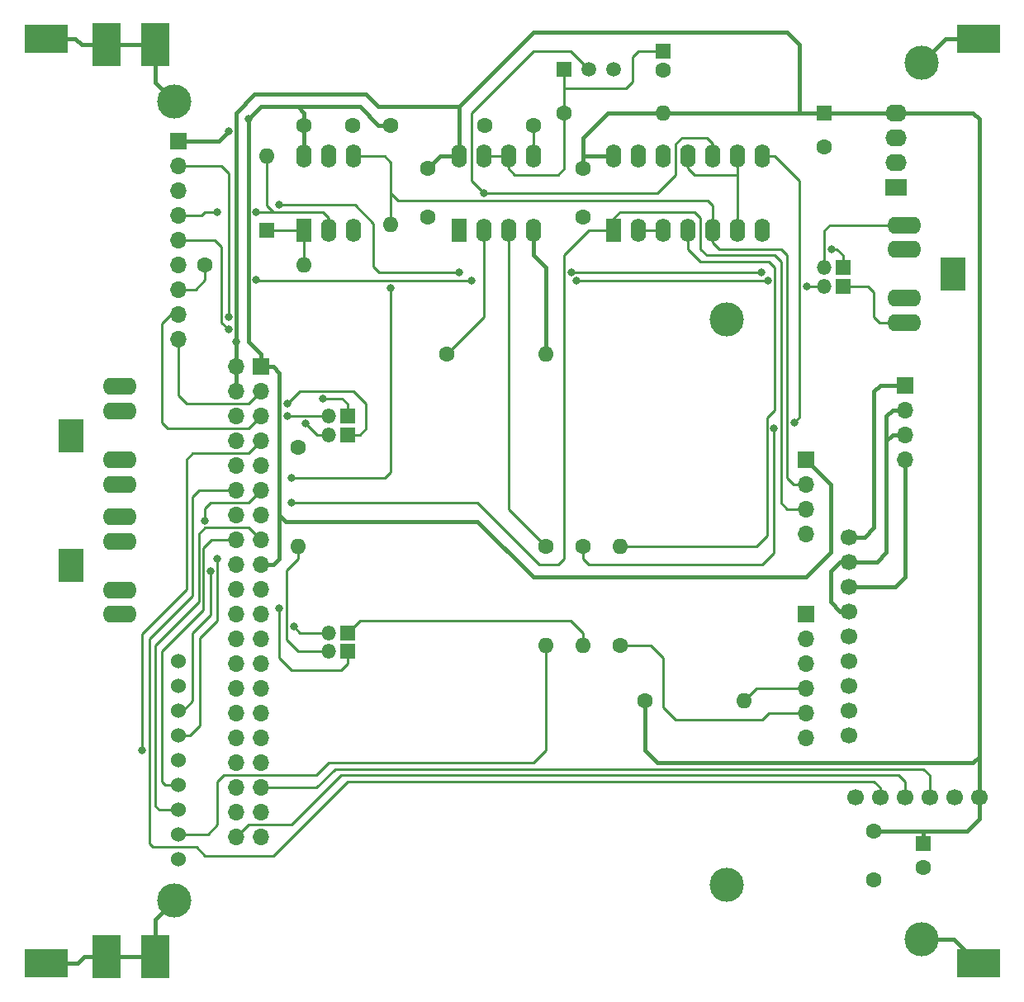
<source format=gtl>
G04 #@! TF.GenerationSoftware,KiCad,Pcbnew,(5.1.8)-1*
G04 #@! TF.CreationDate,2023-02-02T03:17:37+01:00*
G04 #@! TF.ProjectId,BulkyMIDI-32 Internal,42756c6b-794d-4494-9449-2d333220496e,rev?*
G04 #@! TF.SameCoordinates,Original*
G04 #@! TF.FileFunction,Copper,L1,Top*
G04 #@! TF.FilePolarity,Positive*
%FSLAX46Y46*%
G04 Gerber Fmt 4.6, Leading zero omitted, Abs format (unit mm)*
G04 Created by KiCad (PCBNEW (5.1.8)-1) date 2023-02-02 03:17:37*
%MOMM*%
%LPD*%
G01*
G04 APERTURE LIST*
G04 #@! TA.AperFunction,ComponentPad*
%ADD10O,1.600000X1.600000*%
G04 #@! TD*
G04 #@! TA.AperFunction,ComponentPad*
%ADD11C,1.600000*%
G04 #@! TD*
G04 #@! TA.AperFunction,SMDPad,CuDef*
%ADD12O,1.500000X1.500000*%
G04 #@! TD*
G04 #@! TA.AperFunction,SMDPad,CuDef*
%ADD13R,1.500000X1.500000*%
G04 #@! TD*
G04 #@! TA.AperFunction,ComponentPad*
%ADD14O,1.700000X1.700000*%
G04 #@! TD*
G04 #@! TA.AperFunction,ComponentPad*
%ADD15R,1.700000X1.700000*%
G04 #@! TD*
G04 #@! TA.AperFunction,WasherPad*
%ADD16C,3.500000*%
G04 #@! TD*
G04 #@! TA.AperFunction,ComponentPad*
%ADD17C,1.700000*%
G04 #@! TD*
G04 #@! TA.AperFunction,ComponentPad*
%ADD18C,1.524000*%
G04 #@! TD*
G04 #@! TA.AperFunction,ComponentPad*
%ADD19C,3.500000*%
G04 #@! TD*
G04 #@! TA.AperFunction,ComponentPad*
%ADD20R,2.200000X1.740000*%
G04 #@! TD*
G04 #@! TA.AperFunction,ComponentPad*
%ADD21O,2.200000X1.740000*%
G04 #@! TD*
G04 #@! TA.AperFunction,ComponentPad*
%ADD22R,1.600000X1.600000*%
G04 #@! TD*
G04 #@! TA.AperFunction,SMDPad,CuDef*
%ADD23R,3.000000X4.400000*%
G04 #@! TD*
G04 #@! TA.AperFunction,SMDPad,CuDef*
%ADD24R,4.400000X3.000000*%
G04 #@! TD*
G04 #@! TA.AperFunction,ComponentPad*
%ADD25R,2.500000X3.500000*%
G04 #@! TD*
G04 #@! TA.AperFunction,ComponentPad*
%ADD26O,3.500000X1.750000*%
G04 #@! TD*
G04 #@! TA.AperFunction,ComponentPad*
%ADD27C,1.500000*%
G04 #@! TD*
G04 #@! TA.AperFunction,ComponentPad*
%ADD28R,1.500000X1.500000*%
G04 #@! TD*
G04 #@! TA.AperFunction,ComponentPad*
%ADD29R,1.600000X2.400000*%
G04 #@! TD*
G04 #@! TA.AperFunction,ComponentPad*
%ADD30O,1.600000X2.400000*%
G04 #@! TD*
G04 #@! TA.AperFunction,ViaPad*
%ADD31C,0.800000*%
G04 #@! TD*
G04 #@! TA.AperFunction,Conductor*
%ADD32C,0.381000*%
G04 #@! TD*
G04 #@! TA.AperFunction,Conductor*
%ADD33C,0.250000*%
G04 #@! TD*
G04 APERTURE END LIST*
D10*
X155060000Y-86019000D03*
D11*
X144900000Y-86019000D03*
D10*
X167125000Y-61254000D03*
D11*
X156965000Y-61254000D03*
D10*
X158870000Y-115864000D03*
D11*
X158870000Y-105704000D03*
D12*
X132835000Y-92369000D03*
X132835000Y-94274000D03*
D13*
X134740000Y-92369000D03*
X134740000Y-94274000D03*
D12*
X183635000Y-77129000D03*
X183635000Y-79034000D03*
D13*
X185540000Y-77129000D03*
X185540000Y-79034000D03*
D12*
X132835000Y-114594000D03*
X132835000Y-116499000D03*
D13*
X134740000Y-114594000D03*
X134740000Y-116499000D03*
D14*
X123310000Y-92369000D03*
X125850000Y-89829000D03*
X125850000Y-105069000D03*
X123310000Y-105069000D03*
X123310000Y-89829000D03*
X125850000Y-92369000D03*
X123310000Y-87289000D03*
D15*
X125850000Y-87289000D03*
D14*
X125850000Y-115229000D03*
X123310000Y-115229000D03*
X125850000Y-99989000D03*
X123310000Y-99989000D03*
X125850000Y-120309000D03*
X123310000Y-120309000D03*
X125850000Y-102529000D03*
X123310000Y-102529000D03*
X125850000Y-97449000D03*
X123310000Y-97449000D03*
X125850000Y-110149000D03*
X123310000Y-110149000D03*
X125850000Y-133009000D03*
X123310000Y-133009000D03*
X125850000Y-127929000D03*
X123310000Y-127929000D03*
X125850000Y-130469000D03*
X123310000Y-130469000D03*
X125850000Y-107609000D03*
X123310000Y-107609000D03*
X125850000Y-125389000D03*
X123310000Y-125389000D03*
X125850000Y-94909000D03*
X123310000Y-94909000D03*
X125850000Y-122849000D03*
X123310000Y-122849000D03*
X125850000Y-112689000D03*
X123310000Y-112689000D03*
X125850000Y-117769000D03*
X123310000Y-117769000D03*
X125850000Y-135549000D03*
X123310000Y-135549000D03*
D16*
X173580000Y-140419000D03*
X173580000Y-82419000D03*
D10*
X162680000Y-105704000D03*
D11*
X162680000Y-115864000D03*
D10*
X175380000Y-121579000D03*
D11*
X165220000Y-121579000D03*
D10*
X139185000Y-72684000D03*
D11*
X139185000Y-62524000D03*
D10*
X130295000Y-76865000D03*
D11*
X120135000Y-76865000D03*
D10*
X129660000Y-105704000D03*
D11*
X129660000Y-95544000D03*
D10*
X155060000Y-115864000D03*
D11*
X155060000Y-105704000D03*
D17*
X199510000Y-131439000D03*
X196970000Y-131439000D03*
X194430000Y-131439000D03*
X191890000Y-131439000D03*
X189350000Y-131439000D03*
X186810000Y-131439000D03*
X186175000Y-104769000D03*
X186175000Y-107309000D03*
X186175000Y-109849000D03*
X186175000Y-112389000D03*
X186175000Y-114929000D03*
X186175000Y-117469000D03*
X186175000Y-120009000D03*
X186175000Y-122549000D03*
X186175000Y-125089000D03*
D18*
X117391800Y-137825000D03*
X117391800Y-135285000D03*
X117391800Y-132745000D03*
X117391800Y-130205000D03*
X117391800Y-127665000D03*
X117391800Y-125125000D03*
X117391800Y-122585000D03*
X117391800Y-120045000D03*
X117391800Y-117505000D03*
D14*
X117391800Y-84485000D03*
X117391800Y-81945000D03*
X117391800Y-79405000D03*
X117391800Y-76865000D03*
X117391800Y-74325000D03*
D15*
X117391800Y-64165000D03*
D14*
X117391800Y-66705000D03*
X117391800Y-69245000D03*
X117391800Y-71785000D03*
D19*
X116960000Y-60100000D03*
X116960000Y-142000000D03*
X193600000Y-146000000D03*
X193600000Y-56100000D03*
D20*
X191001000Y-68874000D03*
D21*
X191001000Y-66334000D03*
X191001000Y-63794000D03*
X191001000Y-61254000D03*
D11*
X130295000Y-62524000D03*
X135295000Y-62524000D03*
X188715000Y-134914000D03*
X188715000Y-139914000D03*
D22*
X193795000Y-136184000D03*
D11*
X193795000Y-138684000D03*
D22*
X183635000Y-61254000D03*
D11*
X183635000Y-64754000D03*
D22*
X126485000Y-73319000D03*
D10*
X126485000Y-65699000D03*
D14*
X191890000Y-96814000D03*
X191890000Y-94274000D03*
X191890000Y-91734000D03*
D15*
X191890000Y-89194000D03*
D23*
X110000400Y-54284400D03*
X115004200Y-147807200D03*
X110000400Y-147807200D03*
D24*
X103802800Y-148493000D03*
D23*
X115004200Y-54284400D03*
D24*
X199408400Y-53624000D03*
X199408400Y-148493000D03*
X103802800Y-53624000D03*
D15*
X181730000Y-112689000D03*
D14*
X181730000Y-115229000D03*
X181730000Y-117769000D03*
X181730000Y-120309000D03*
X181730000Y-122849000D03*
X181730000Y-125389000D03*
D25*
X106353001Y-94335000D03*
D26*
X111359001Y-89335000D03*
X111359001Y-99335000D03*
X111359001Y-91835000D03*
X111359001Y-96835000D03*
X191840999Y-75264000D03*
X191840999Y-80264000D03*
X191840999Y-72764000D03*
X191840999Y-82764000D03*
D25*
X196846999Y-77764000D03*
X106353001Y-107675000D03*
D26*
X111359001Y-102675000D03*
X111359001Y-112675000D03*
X111359001Y-105175000D03*
X111359001Y-110175000D03*
D11*
X158870000Y-66969000D03*
X158870000Y-71969000D03*
D15*
X181730000Y-96814000D03*
D14*
X181730000Y-99354000D03*
X181730000Y-101894000D03*
X181730000Y-104434000D03*
D22*
X167125000Y-54904000D03*
D11*
X167125000Y-56904000D03*
X148790000Y-62524000D03*
X153790000Y-62524000D03*
X142995000Y-71969000D03*
X142995000Y-66969000D03*
D27*
X159505000Y-56809000D03*
X162045000Y-56809000D03*
D28*
X156965000Y-56809000D03*
D29*
X146170000Y-73319000D03*
D30*
X153790000Y-65699000D03*
X148710000Y-73319000D03*
X151250000Y-65699000D03*
X151250000Y-73319000D03*
X148710000Y-65699000D03*
X153790000Y-73319000D03*
X146170000Y-65699000D03*
D29*
X130295000Y-73319000D03*
D30*
X135375000Y-65699000D03*
X132835000Y-73319000D03*
X132835000Y-65699000D03*
X135375000Y-73319000D03*
X130295000Y-65699000D03*
D29*
X162045000Y-73319000D03*
D30*
X177285000Y-65699000D03*
X164585000Y-73319000D03*
X174745000Y-65699000D03*
X167125000Y-73319000D03*
X172205000Y-65699000D03*
X169665000Y-73319000D03*
X169665000Y-65699000D03*
X172205000Y-73319000D03*
X167125000Y-65699000D03*
X174745000Y-73319000D03*
X164585000Y-65699000D03*
X177285000Y-73319000D03*
X162045000Y-65699000D03*
D31*
X123310000Y-84749000D03*
X124580000Y-61889000D03*
X122519500Y-63159000D03*
X113695000Y-126659000D03*
X120135000Y-103074000D03*
X120680000Y-108244000D03*
X121405000Y-106973978D03*
X129025000Y-98719000D03*
X139185000Y-79214010D03*
X129025000Y-101259000D03*
X180550000Y-93004000D03*
X178465000Y-93639000D03*
X125370500Y-71414000D03*
X121405000Y-71414000D03*
X181820000Y-79034000D03*
X125370500Y-78399000D03*
X158235000Y-78489010D03*
X147439994Y-78489010D03*
X177830000Y-78489010D03*
X127755000Y-70689000D03*
X184360000Y-75224000D03*
X146170000Y-77640164D03*
X157690010Y-77640164D03*
X177178716Y-77640164D03*
X130450500Y-93094000D03*
X122519518Y-83479000D03*
X122519518Y-82209000D03*
X132200000Y-90554000D03*
X128545500Y-91099000D03*
X128545500Y-92369000D03*
X127755000Y-112054000D03*
X129205001Y-113959000D03*
X148710000Y-69509000D03*
D32*
X196076000Y-53624000D02*
X193600000Y-56100000D01*
X199408400Y-53624000D02*
X196076000Y-53624000D01*
X115004200Y-147807200D02*
X110000400Y-147807200D01*
X115004200Y-54284400D02*
X110000400Y-54284400D01*
X107729800Y-147807200D02*
X107044000Y-148493000D01*
X110000400Y-147807200D02*
X107729800Y-147807200D01*
X103802800Y-148493000D02*
X107044000Y-148493000D01*
X103802800Y-53624000D02*
X106790000Y-53624000D01*
X107450400Y-54284400D02*
X110000400Y-54284400D01*
X106790000Y-53624000D02*
X107450400Y-54284400D01*
X196915400Y-146000000D02*
X199408400Y-148493000D01*
X193600000Y-146000000D02*
X196915400Y-146000000D01*
X115004200Y-143955800D02*
X116960000Y-142000000D01*
X115004200Y-147807200D02*
X115004200Y-143955800D01*
X115004200Y-58144200D02*
X116960000Y-60100000D01*
X115004200Y-54284400D02*
X115004200Y-58144200D01*
X123310000Y-89829000D02*
X123310000Y-87289000D01*
X183635000Y-61254000D02*
X191001000Y-61254000D01*
X199510000Y-61889000D02*
X198875000Y-61254000D01*
X198875000Y-61254000D02*
X191001000Y-61254000D01*
X199510000Y-127294000D02*
X199510000Y-61889000D01*
X199510000Y-131439000D02*
X199510000Y-127294000D01*
X162045000Y-65699000D02*
X158870000Y-65699000D01*
X158870000Y-66969000D02*
X158870000Y-65699000D01*
X199510000Y-133644000D02*
X199510000Y-131439000D01*
X198240000Y-134914000D02*
X199510000Y-133644000D01*
X193795000Y-136184000D02*
X193795000Y-134914000D01*
X193795000Y-134914000D02*
X198240000Y-134914000D01*
X188715000Y-134914000D02*
X193795000Y-134914000D01*
X166490000Y-127929000D02*
X198875000Y-127929000D01*
X165220000Y-126659000D02*
X166490000Y-127929000D01*
X198875000Y-127929000D02*
X199510000Y-127294000D01*
X165220000Y-121579000D02*
X165220000Y-126659000D01*
X123310000Y-84749000D02*
X123310000Y-87289000D01*
X125215000Y-59349000D02*
X123310018Y-61253982D01*
X137915000Y-60619000D02*
X136645000Y-59349000D01*
X136645000Y-59349000D02*
X125215000Y-59349000D01*
X123310018Y-61253982D02*
X123310018Y-84183297D01*
X123310018Y-84183297D02*
X123310000Y-84183315D01*
X123310000Y-84183315D02*
X123310000Y-84749000D01*
X143630000Y-60619000D02*
X137915000Y-60619000D01*
X158870000Y-65699000D02*
X158870000Y-63794000D01*
X176015000Y-61254000D02*
X180460000Y-61254000D01*
X167125000Y-61254000D02*
X176015000Y-61254000D01*
X161410000Y-61254000D02*
X158870000Y-63794000D01*
X167125000Y-61254000D02*
X161410000Y-61254000D01*
X143630000Y-60619000D02*
X146170000Y-60619000D01*
X146170000Y-60619000D02*
X153790000Y-52999000D01*
X153790000Y-52999000D02*
X179825000Y-52999000D01*
X181095000Y-54269000D02*
X181095000Y-61254000D01*
X179825000Y-52999000D02*
X181095000Y-54269000D01*
X181095000Y-61254000D02*
X180460000Y-61254000D01*
X183635000Y-61254000D02*
X181095000Y-61254000D01*
X146170000Y-65699000D02*
X146170000Y-60619000D01*
X144265000Y-65699000D02*
X142995000Y-66969000D01*
X146170000Y-65699000D02*
X144265000Y-65699000D01*
X155060000Y-77129000D02*
X153790000Y-75859000D01*
X155060000Y-86019000D02*
X155060000Y-77129000D01*
X153790000Y-73319000D02*
X153790000Y-75859000D01*
D33*
X188715000Y-129834000D02*
X189350000Y-130469000D01*
X134740000Y-129834000D02*
X188715000Y-129834000D01*
X189350000Y-130469000D02*
X189350000Y-131439000D01*
X114420000Y-136184000D02*
X114801000Y-136565000D01*
X114420000Y-115229000D02*
X114420000Y-136184000D01*
X114801000Y-136565000D02*
X119246000Y-136565000D01*
X118865000Y-110784000D02*
X114420000Y-115229000D01*
X118865000Y-100624000D02*
X118865000Y-110784000D01*
X119246000Y-136565000D02*
X120135000Y-137454000D01*
X119500000Y-99989000D02*
X118865000Y-100624000D01*
X127120000Y-137454000D02*
X134740000Y-129834000D01*
X120135000Y-137454000D02*
X127120000Y-137454000D01*
X123310000Y-99989000D02*
X119500000Y-99989000D01*
X124580000Y-134279000D02*
X123310000Y-135549000D01*
X129025000Y-134279000D02*
X124580000Y-134279000D01*
X134105000Y-129199000D02*
X129025000Y-134279000D01*
X191255000Y-129199000D02*
X134105000Y-129199000D01*
X191890000Y-129834000D02*
X191255000Y-129199000D01*
X191890000Y-131439000D02*
X191890000Y-129834000D01*
X194430000Y-129199000D02*
X194430000Y-131439000D01*
X193795000Y-128564000D02*
X194430000Y-129199000D01*
X133470000Y-128564000D02*
X193795000Y-128564000D01*
X131565000Y-130469000D02*
X133470000Y-128564000D01*
X125850000Y-130469000D02*
X131565000Y-130469000D01*
D32*
X125850000Y-107609000D02*
X127120000Y-107609000D01*
X127120000Y-107609000D02*
X127755000Y-106974000D01*
X127755000Y-87924000D02*
X127120000Y-87289000D01*
X127120000Y-87289000D02*
X125850000Y-87289000D01*
X130295000Y-61254000D02*
X130295000Y-62524000D01*
X130295000Y-61254000D02*
X129660000Y-60619000D01*
X130930000Y-60619000D02*
X129660000Y-60619000D01*
X137915000Y-62524000D02*
X136010000Y-60619000D01*
X139185000Y-62524000D02*
X137915000Y-62524000D01*
X136010000Y-60619000D02*
X130930000Y-60619000D01*
X125850000Y-86019000D02*
X125850000Y-87289000D01*
X124580000Y-84749000D02*
X125850000Y-86019000D01*
X124580000Y-61889000D02*
X124580000Y-84749000D01*
X125850000Y-60619000D02*
X124580000Y-61889000D01*
X129660000Y-60619000D02*
X125850000Y-60619000D01*
X130295000Y-62524000D02*
X130295000Y-65699000D01*
X127755000Y-106974000D02*
X127755000Y-102529000D01*
X127755000Y-102529000D02*
X127755000Y-87924000D01*
X121513500Y-64165000D02*
X122519500Y-63159000D01*
X117391800Y-64165000D02*
X121513500Y-64165000D01*
X184270000Y-106339000D02*
X184270000Y-99354000D01*
X181730000Y-108879000D02*
X184270000Y-106339000D01*
X153790000Y-108879000D02*
X181730000Y-108879000D01*
X148075000Y-103164000D02*
X153790000Y-108879000D01*
X128390000Y-103164000D02*
X148075000Y-103164000D01*
X184270000Y-99354000D02*
X181730000Y-96814000D01*
X127755000Y-102529000D02*
X128390000Y-103164000D01*
D33*
X130295000Y-76865000D02*
X130295000Y-73319000D01*
X126485000Y-73319000D02*
X130295000Y-73319000D01*
X116589000Y-81945000D02*
X117391800Y-81945000D01*
X115690000Y-82844000D02*
X116589000Y-81945000D01*
X115690000Y-93004000D02*
X115690000Y-82844000D01*
X116325000Y-93639000D02*
X115690000Y-93004000D01*
X124580000Y-93639000D02*
X116325000Y-93639000D01*
X125850000Y-92369000D02*
X124580000Y-93639000D01*
X117391800Y-90260800D02*
X117391800Y-84485000D01*
X124580000Y-91099000D02*
X118230000Y-91099000D01*
X118230000Y-91099000D02*
X117391800Y-90260800D01*
X125850000Y-89829000D02*
X124580000Y-91099000D01*
X124580000Y-96179000D02*
X125850000Y-94909000D01*
X118865000Y-96179000D02*
X124580000Y-96179000D01*
X118230000Y-96814000D02*
X118865000Y-96179000D01*
X118230000Y-110149000D02*
X118230000Y-96814000D01*
X113695000Y-114684000D02*
X118230000Y-110149000D01*
X113695000Y-126659000D02*
X113695000Y-114684000D01*
X118865000Y-114594000D02*
X120679999Y-112779001D01*
X118865000Y-121579000D02*
X118865000Y-114594000D01*
X117859000Y-122585000D02*
X118865000Y-121579000D01*
X117391800Y-122585000D02*
X117859000Y-122585000D01*
X120679999Y-108153999D02*
X120679999Y-108243999D01*
X120679999Y-108243999D02*
X120680000Y-108244000D01*
X120679999Y-112779001D02*
X120679999Y-108153999D01*
X120135000Y-101849000D02*
X120135000Y-103074000D01*
X120725000Y-101259000D02*
X120135000Y-101849000D01*
X124580000Y-101259000D02*
X120725000Y-101259000D01*
X125850000Y-99989000D02*
X124580000Y-101259000D01*
X121405000Y-113324000D02*
X121405000Y-106973978D01*
X119583900Y-115145100D02*
X121405000Y-113324000D01*
X119583900Y-124119000D02*
X119583900Y-115145100D01*
X118577900Y-125125000D02*
X119583900Y-124119000D01*
X117391800Y-125125000D02*
X118577900Y-125125000D01*
X120770000Y-105069000D02*
X123310000Y-105069000D01*
X119954998Y-105884002D02*
X120770000Y-105069000D01*
X119954998Y-112234002D02*
X119954998Y-105884002D01*
X115690000Y-116499000D02*
X119954998Y-112234002D01*
X115690000Y-129834000D02*
X115690000Y-116499000D01*
X116061000Y-130205000D02*
X115690000Y-129834000D01*
X117391800Y-130205000D02*
X116061000Y-130205000D01*
X115055000Y-132374000D02*
X115426000Y-132745000D01*
X119500000Y-111419000D02*
X115055000Y-115864000D01*
X119500000Y-104434000D02*
X119500000Y-111419000D01*
X120135000Y-103799000D02*
X119500000Y-104434000D01*
X115426000Y-132745000D02*
X117391800Y-132745000D01*
X115055000Y-115864000D02*
X115055000Y-132374000D01*
X124580000Y-103799000D02*
X120135000Y-103799000D01*
X125850000Y-105069000D02*
X124580000Y-103799000D01*
X165855000Y-115864000D02*
X162680000Y-115864000D01*
X167125000Y-117134000D02*
X165855000Y-115864000D01*
X167125000Y-122214000D02*
X167125000Y-117134000D01*
X168395000Y-123484000D02*
X167125000Y-122214000D01*
X177285000Y-123484000D02*
X168395000Y-123484000D01*
X177920000Y-122849000D02*
X177285000Y-123484000D01*
X181730000Y-122849000D02*
X177920000Y-122849000D01*
X176650000Y-120309000D02*
X181730000Y-120309000D01*
X175380000Y-121579000D02*
X176650000Y-120309000D01*
D32*
X190920000Y-109849000D02*
X186175000Y-109849000D01*
X191890000Y-108879000D02*
X190920000Y-109849000D01*
X191890000Y-96814000D02*
X191890000Y-108879000D01*
X188715000Y-103799000D02*
X187745000Y-104769000D01*
X188715000Y-89829000D02*
X188715000Y-103799000D01*
X189350000Y-89194000D02*
X188715000Y-89829000D01*
X187745000Y-104769000D02*
X186175000Y-104769000D01*
X191890000Y-89194000D02*
X189350000Y-89194000D01*
D33*
X135375000Y-65699000D02*
X138550000Y-65699000D01*
X138550000Y-65699000D02*
X139185000Y-66334000D01*
X138550000Y-98719000D02*
X129025000Y-98719000D01*
X139185000Y-98084000D02*
X138550000Y-98719000D01*
X180460000Y-99354000D02*
X181730000Y-99354000D01*
X179825000Y-75859000D02*
X179825000Y-98719000D01*
X179825000Y-98719000D02*
X180460000Y-99354000D01*
X179190000Y-75224000D02*
X179825000Y-75859000D01*
X172205000Y-74589000D02*
X172840000Y-75224000D01*
X172205000Y-73319000D02*
X172205000Y-74589000D01*
X139185000Y-66334000D02*
X139185000Y-68874000D01*
X172840000Y-75224000D02*
X179190000Y-75224000D01*
X139185000Y-69509000D02*
X139185000Y-72684000D01*
X139185000Y-68874000D02*
X139185000Y-69509000D01*
X172205000Y-70779000D02*
X172205000Y-72187630D01*
X171660002Y-70234002D02*
X172205000Y-70779000D01*
X139910002Y-70234002D02*
X171660002Y-70234002D01*
X172205000Y-72187630D02*
X172205000Y-73319000D01*
X139185000Y-69509000D02*
X139910002Y-70234002D01*
X139185000Y-80939000D02*
X139185000Y-98084000D01*
X139185000Y-80939000D02*
X139185000Y-79214010D01*
X181730000Y-101894000D02*
X179825000Y-101894000D01*
X179825000Y-101894000D02*
X179190000Y-101259000D01*
X179190000Y-101259000D02*
X179190000Y-76494000D01*
X179190000Y-76494000D02*
X178555000Y-75859000D01*
X171570000Y-75859000D02*
X170935000Y-75224000D01*
X170935000Y-75224000D02*
X170935000Y-72049000D01*
X170935000Y-72049000D02*
X170300000Y-71414000D01*
X170300000Y-71414000D02*
X162680000Y-71414000D01*
X162045000Y-72049000D02*
X162045000Y-73319000D01*
X162680000Y-71414000D02*
X162045000Y-72049000D01*
X178555000Y-75859000D02*
X171570000Y-75859000D01*
X160995000Y-73319000D02*
X162045000Y-73319000D01*
X159505000Y-73319000D02*
X160995000Y-73319000D01*
X156965000Y-75859000D02*
X159505000Y-73319000D01*
X156965000Y-106974000D02*
X156965000Y-75859000D01*
X156330000Y-107609000D02*
X156965000Y-106974000D01*
X154425000Y-107609000D02*
X156330000Y-107609000D01*
X129025000Y-101259000D02*
X148075000Y-101259000D01*
X148075000Y-101259000D02*
X154425000Y-107609000D01*
X177739999Y-104614001D02*
X176650000Y-105704000D01*
X178555000Y-91734000D02*
X177739999Y-92549001D01*
X170935000Y-76494000D02*
X177920000Y-76494000D01*
X177920000Y-76494000D02*
X178555000Y-77129000D01*
X169665000Y-75224000D02*
X170935000Y-76494000D01*
X169665000Y-73319000D02*
X169665000Y-75224000D01*
X177739999Y-92549001D02*
X177739999Y-104614001D01*
X178555000Y-77129000D02*
X178555000Y-91734000D01*
X176650000Y-105704000D02*
X162680000Y-105704000D01*
X178465000Y-93639000D02*
X178465000Y-97994000D01*
X158870000Y-105704000D02*
X158870000Y-106974000D01*
X158870000Y-106974000D02*
X159505000Y-107609000D01*
X159505000Y-107609000D02*
X177285000Y-107609000D01*
X178465000Y-106429000D02*
X178465000Y-97994000D01*
X177285000Y-107609000D02*
X178465000Y-106429000D01*
X181095000Y-92459000D02*
X180550000Y-93004000D01*
X181095000Y-70779000D02*
X181095000Y-92459000D01*
X177285000Y-65699000D02*
X178555000Y-65699000D01*
X178555000Y-65699000D02*
X181095000Y-68239000D01*
X181095000Y-68239000D02*
X181095000Y-70779000D01*
X164585000Y-73319000D02*
X167125000Y-73319000D01*
D32*
X185240000Y-112389000D02*
X186175000Y-112389000D01*
X184270000Y-111419000D02*
X185240000Y-112389000D01*
X185205000Y-107309000D02*
X184270000Y-108244000D01*
X184270000Y-108244000D02*
X184270000Y-111419000D01*
X186175000Y-107309000D02*
X185205000Y-107309000D01*
X191890000Y-94274000D02*
X190620000Y-94274000D01*
X190620000Y-94274000D02*
X189985000Y-94909000D01*
X189985000Y-94909000D02*
X189985000Y-106339000D01*
X189015000Y-107309000D02*
X186175000Y-107309000D01*
X189985000Y-106339000D02*
X189015000Y-107309000D01*
X189985000Y-94909000D02*
X189985000Y-92369000D01*
X190620000Y-91734000D02*
X191890000Y-91734000D01*
X189985000Y-92369000D02*
X190620000Y-91734000D01*
D33*
X126485000Y-65699000D02*
X126485000Y-70779000D01*
X126485000Y-70779000D02*
X127120000Y-71414000D01*
X127120000Y-71414000D02*
X132200000Y-71414000D01*
X132835000Y-72049000D02*
X132835000Y-73319000D01*
X132200000Y-71414000D02*
X132835000Y-72049000D01*
X127120000Y-71414000D02*
X125370500Y-71414000D01*
X119764000Y-71785000D02*
X120135000Y-71414000D01*
X117391800Y-71785000D02*
X119764000Y-71785000D01*
X121405000Y-71414000D02*
X120135000Y-71414000D01*
X117391800Y-79405000D02*
X119129000Y-79405000D01*
X120135000Y-78399000D02*
X120135000Y-76865000D01*
X119129000Y-79405000D02*
X120135000Y-78399000D01*
X183635000Y-79034000D02*
X181820000Y-79034000D01*
X125460510Y-78489010D02*
X147439994Y-78489010D01*
X125370500Y-78399000D02*
X125460510Y-78489010D01*
X158235000Y-78489010D02*
X177830000Y-78489010D01*
X185540000Y-77129000D02*
X185540000Y-75859000D01*
X184905000Y-75224000D02*
X184360000Y-75224000D01*
X185540000Y-75859000D02*
X184905000Y-75224000D01*
X135478151Y-70689000D02*
X137376575Y-72587425D01*
X127755000Y-70689000D02*
X135478151Y-70689000D01*
X137984314Y-77640164D02*
X137376575Y-77032425D01*
X146170000Y-77640164D02*
X137984314Y-77640164D01*
X137376575Y-72587425D02*
X137376575Y-77032425D01*
X177178716Y-77640164D02*
X157690010Y-77640164D01*
X129660000Y-106974000D02*
X129660000Y-105704000D01*
X128480001Y-108153999D02*
X129660000Y-106974000D01*
X128480001Y-115319001D02*
X128480001Y-108153999D01*
X129660000Y-116499000D02*
X128480001Y-115319001D01*
X132835000Y-116499000D02*
X129660000Y-116499000D01*
X136010000Y-113324000D02*
X134740000Y-114594000D01*
X157600000Y-113324000D02*
X136010000Y-113324000D01*
X158870000Y-114594000D02*
X157600000Y-113324000D01*
X158870000Y-115864000D02*
X158870000Y-114594000D01*
X117391800Y-74325000D02*
X121141000Y-74325000D01*
X121794517Y-74978517D02*
X121794517Y-79578999D01*
X121141000Y-74325000D02*
X121794517Y-74978517D01*
X131630500Y-94274000D02*
X130450500Y-93094000D01*
X132835000Y-94274000D02*
X131630500Y-94274000D01*
X121794517Y-82753999D02*
X122519518Y-83479000D01*
X121794517Y-79578999D02*
X121794517Y-82753999D01*
X122519518Y-67448518D02*
X122519518Y-79034000D01*
X121776000Y-66705000D02*
X122519518Y-67448518D01*
X117391800Y-66705000D02*
X121776000Y-66705000D01*
X122519518Y-79034000D02*
X122519518Y-82209000D01*
X134740000Y-91099000D02*
X134740000Y-92369000D01*
X134195000Y-90554000D02*
X134740000Y-91099000D01*
X132200000Y-90554000D02*
X134195000Y-90554000D01*
X136010000Y-94274000D02*
X134740000Y-94274000D01*
X136645000Y-91099000D02*
X136645000Y-93639000D01*
X135375000Y-89829000D02*
X136645000Y-91099000D01*
X129815500Y-89829000D02*
X135375000Y-89829000D01*
X136645000Y-93639000D02*
X136010000Y-94274000D01*
X128545500Y-91099000D02*
X129815500Y-89829000D01*
X128545500Y-92369000D02*
X132835000Y-92369000D01*
X189270000Y-72764000D02*
X191840999Y-72764000D01*
X184190000Y-72764000D02*
X189270000Y-72764000D01*
X183635000Y-73319000D02*
X184190000Y-72764000D01*
X183635000Y-77129000D02*
X183635000Y-73319000D01*
X189270000Y-82764000D02*
X191840999Y-82764000D01*
X188715000Y-82209000D02*
X189270000Y-82764000D01*
X188715000Y-79669000D02*
X188715000Y-82209000D01*
X188080000Y-79034000D02*
X188715000Y-79669000D01*
X185540000Y-79034000D02*
X188080000Y-79034000D01*
X127755000Y-117134000D02*
X127755000Y-112054000D01*
X129025000Y-118404000D02*
X127755000Y-117134000D01*
X134105000Y-118404000D02*
X129025000Y-118404000D01*
X134740000Y-117769000D02*
X134105000Y-118404000D01*
X134740000Y-116499000D02*
X134740000Y-117769000D01*
X129840001Y-114594000D02*
X132835000Y-114594000D01*
X129205001Y-113959000D02*
X129840001Y-114594000D01*
X148710000Y-65699000D02*
X151250000Y-65699000D01*
X156965000Y-58714000D02*
X163315000Y-58714000D01*
X156965000Y-56174000D02*
X156965000Y-58714000D01*
X156965000Y-58714000D02*
X156965000Y-61254000D01*
X163315000Y-58714000D02*
X163950000Y-58079000D01*
X163950000Y-55539000D02*
X164585000Y-54904000D01*
X163950000Y-58079000D02*
X163950000Y-55539000D01*
X167125000Y-54904000D02*
X164585000Y-54904000D01*
X151885000Y-67604000D02*
X151250000Y-66969000D01*
X151250000Y-66969000D02*
X151250000Y-65699000D01*
X156330000Y-67604000D02*
X151885000Y-67604000D01*
X156965000Y-66969000D02*
X156330000Y-67604000D01*
X156965000Y-61254000D02*
X156965000Y-66969000D01*
X153790000Y-65699000D02*
X153790000Y-62524000D01*
X155060000Y-117769000D02*
X155060000Y-115864000D01*
X153790000Y-127929000D02*
X155060000Y-126659000D01*
X132835000Y-127929000D02*
X153790000Y-127929000D01*
X131565000Y-129199000D02*
X132835000Y-127929000D01*
X155060000Y-126659000D02*
X155060000Y-117769000D01*
X122040000Y-129199000D02*
X131565000Y-129199000D01*
X121405000Y-129834000D02*
X122040000Y-129199000D01*
X121405000Y-134279000D02*
X121405000Y-129834000D01*
X120399000Y-135285000D02*
X121405000Y-134279000D01*
X117391800Y-135285000D02*
X120399000Y-135285000D01*
X145699999Y-85219001D02*
X144900000Y-86019000D01*
X148710000Y-82209000D02*
X145699999Y-85219001D01*
X148710000Y-73319000D02*
X148710000Y-82209000D01*
X147440000Y-68239000D02*
X148710000Y-69509000D01*
X147440000Y-61254000D02*
X147440000Y-68239000D01*
X153790000Y-54904000D02*
X147440000Y-61254000D01*
X157600000Y-54904000D02*
X153790000Y-54904000D01*
X159505000Y-56809000D02*
X157600000Y-54904000D01*
X166490000Y-69509000D02*
X148710000Y-69509000D01*
X168395000Y-67604000D02*
X166490000Y-69509000D01*
X169030000Y-63794000D02*
X168395000Y-64429000D01*
X171570000Y-63794000D02*
X169030000Y-63794000D01*
X168395000Y-64429000D02*
X168395000Y-67604000D01*
X172205000Y-64429000D02*
X171570000Y-63794000D01*
X172205000Y-65699000D02*
X172205000Y-64429000D01*
X151250000Y-101894000D02*
X155060000Y-105704000D01*
X151250000Y-73319000D02*
X151250000Y-101894000D01*
X169665000Y-65699000D02*
X169665000Y-66969000D01*
X169665000Y-66969000D02*
X170300000Y-67604000D01*
X174745000Y-67604000D02*
X174745000Y-65699000D01*
X170300000Y-67604000D02*
X174745000Y-67604000D01*
X174745000Y-73319000D02*
X174745000Y-67604000D01*
M02*

</source>
